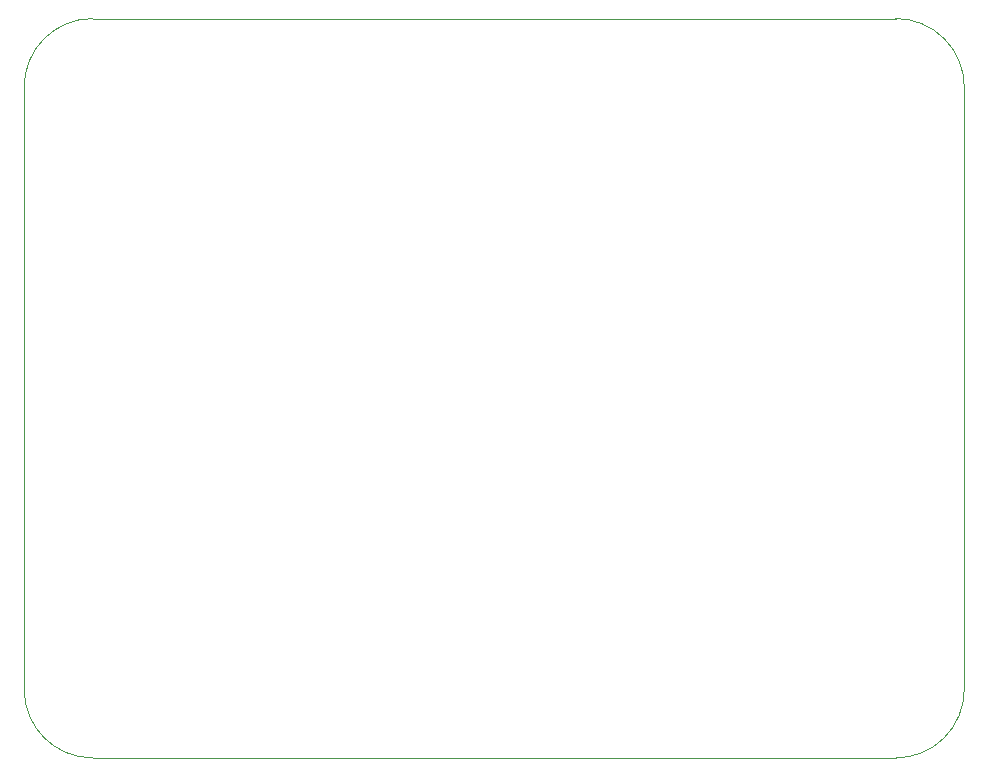
<source format=gm1>
G04 #@! TF.GenerationSoftware,KiCad,Pcbnew,(6.0.10)*
G04 #@! TF.CreationDate,2023-05-03T21:15:51-04:00*
G04 #@! TF.ProjectId,MiniCopterSchematic,4d696e69-436f-4707-9465-72536368656d,v01*
G04 #@! TF.SameCoordinates,Original*
G04 #@! TF.FileFunction,Profile,NP*
%FSLAX46Y46*%
G04 Gerber Fmt 4.6, Leading zero omitted, Abs format (unit mm)*
G04 Created by KiCad (PCBNEW (6.0.10)) date 2023-05-03 21:15:51*
%MOMM*%
%LPD*%
G01*
G04 APERTURE LIST*
G04 #@! TA.AperFunction,Profile*
%ADD10C,0.100000*%
G04 #@! TD*
G04 APERTURE END LIST*
D10*
X77800000Y-134300000D02*
X145800000Y-134300000D01*
X151600000Y-77500000D02*
G75*
G03*
X145800000Y-71700000I-5800000J0D01*
G01*
X151600000Y-128500000D02*
X151600000Y-77500000D01*
X77800000Y-71700000D02*
G75*
G03*
X72000000Y-77500000I0J-5800000D01*
G01*
X72000000Y-128500000D02*
G75*
G03*
X77800000Y-134300000I5800000J0D01*
G01*
X72000000Y-77500000D02*
X72000000Y-128500000D01*
X145800000Y-71700000D02*
X77800000Y-71700000D01*
X145800000Y-134300000D02*
G75*
G03*
X151600000Y-128500000I0J5800000D01*
G01*
M02*

</source>
